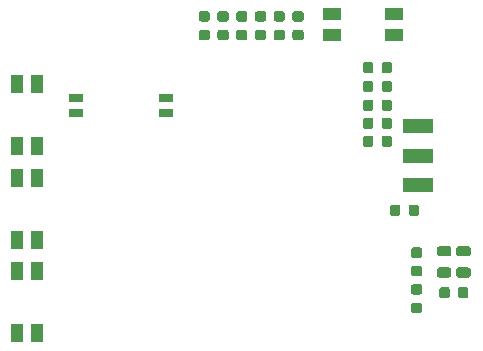
<source format=gbr>
G04 #@! TF.GenerationSoftware,KiCad,Pcbnew,(5.1.5)-2*
G04 #@! TF.CreationDate,2020-06-18T10:42:50+08:00*
G04 #@! TF.ProjectId,EVMeter_V2.0,45564d65-7465-4725-9f56-322e302e6b69,rev?*
G04 #@! TF.SameCoordinates,Original*
G04 #@! TF.FileFunction,Paste,Top*
G04 #@! TF.FilePolarity,Positive*
%FSLAX46Y46*%
G04 Gerber Fmt 4.6, Leading zero omitted, Abs format (unit mm)*
G04 Created by KiCad (PCBNEW (5.1.5)-2) date 2020-06-18 10:42:50*
%MOMM*%
%LPD*%
G04 APERTURE LIST*
%ADD10R,1.270000X0.760000*%
%ADD11C,0.100000*%
%ADD12R,2.500000X1.250000*%
%ADD13R,1.000000X1.550000*%
%ADD14R,1.550000X1.000000*%
G04 APERTURE END LIST*
D10*
X116014500Y-68199000D03*
X123634500Y-68199000D03*
X116014500Y-69469000D03*
X123634500Y-69469000D03*
D11*
G36*
X135088191Y-62454053D02*
G01*
X135109426Y-62457203D01*
X135130250Y-62462419D01*
X135150462Y-62469651D01*
X135169868Y-62478830D01*
X135188281Y-62489866D01*
X135205524Y-62502654D01*
X135221430Y-62517070D01*
X135235846Y-62532976D01*
X135248634Y-62550219D01*
X135259670Y-62568632D01*
X135268849Y-62588038D01*
X135276081Y-62608250D01*
X135281297Y-62629074D01*
X135284447Y-62650309D01*
X135285500Y-62671750D01*
X135285500Y-63109250D01*
X135284447Y-63130691D01*
X135281297Y-63151926D01*
X135276081Y-63172750D01*
X135268849Y-63192962D01*
X135259670Y-63212368D01*
X135248634Y-63230781D01*
X135235846Y-63248024D01*
X135221430Y-63263930D01*
X135205524Y-63278346D01*
X135188281Y-63291134D01*
X135169868Y-63302170D01*
X135150462Y-63311349D01*
X135130250Y-63318581D01*
X135109426Y-63323797D01*
X135088191Y-63326947D01*
X135066750Y-63328000D01*
X134554250Y-63328000D01*
X134532809Y-63326947D01*
X134511574Y-63323797D01*
X134490750Y-63318581D01*
X134470538Y-63311349D01*
X134451132Y-63302170D01*
X134432719Y-63291134D01*
X134415476Y-63278346D01*
X134399570Y-63263930D01*
X134385154Y-63248024D01*
X134372366Y-63230781D01*
X134361330Y-63212368D01*
X134352151Y-63192962D01*
X134344919Y-63172750D01*
X134339703Y-63151926D01*
X134336553Y-63130691D01*
X134335500Y-63109250D01*
X134335500Y-62671750D01*
X134336553Y-62650309D01*
X134339703Y-62629074D01*
X134344919Y-62608250D01*
X134352151Y-62588038D01*
X134361330Y-62568632D01*
X134372366Y-62550219D01*
X134385154Y-62532976D01*
X134399570Y-62517070D01*
X134415476Y-62502654D01*
X134432719Y-62489866D01*
X134451132Y-62478830D01*
X134470538Y-62469651D01*
X134490750Y-62462419D01*
X134511574Y-62457203D01*
X134532809Y-62454053D01*
X134554250Y-62453000D01*
X135066750Y-62453000D01*
X135088191Y-62454053D01*
G37*
G36*
X135088191Y-60879053D02*
G01*
X135109426Y-60882203D01*
X135130250Y-60887419D01*
X135150462Y-60894651D01*
X135169868Y-60903830D01*
X135188281Y-60914866D01*
X135205524Y-60927654D01*
X135221430Y-60942070D01*
X135235846Y-60957976D01*
X135248634Y-60975219D01*
X135259670Y-60993632D01*
X135268849Y-61013038D01*
X135276081Y-61033250D01*
X135281297Y-61054074D01*
X135284447Y-61075309D01*
X135285500Y-61096750D01*
X135285500Y-61534250D01*
X135284447Y-61555691D01*
X135281297Y-61576926D01*
X135276081Y-61597750D01*
X135268849Y-61617962D01*
X135259670Y-61637368D01*
X135248634Y-61655781D01*
X135235846Y-61673024D01*
X135221430Y-61688930D01*
X135205524Y-61703346D01*
X135188281Y-61716134D01*
X135169868Y-61727170D01*
X135150462Y-61736349D01*
X135130250Y-61743581D01*
X135109426Y-61748797D01*
X135088191Y-61751947D01*
X135066750Y-61753000D01*
X134554250Y-61753000D01*
X134532809Y-61751947D01*
X134511574Y-61748797D01*
X134490750Y-61743581D01*
X134470538Y-61736349D01*
X134451132Y-61727170D01*
X134432719Y-61716134D01*
X134415476Y-61703346D01*
X134399570Y-61688930D01*
X134385154Y-61673024D01*
X134372366Y-61655781D01*
X134361330Y-61637368D01*
X134352151Y-61617962D01*
X134344919Y-61597750D01*
X134339703Y-61576926D01*
X134336553Y-61555691D01*
X134335500Y-61534250D01*
X134335500Y-61096750D01*
X134336553Y-61075309D01*
X134339703Y-61054074D01*
X134344919Y-61033250D01*
X134352151Y-61013038D01*
X134361330Y-60993632D01*
X134372366Y-60975219D01*
X134385154Y-60957976D01*
X134399570Y-60942070D01*
X134415476Y-60927654D01*
X134432719Y-60914866D01*
X134451132Y-60903830D01*
X134470538Y-60894651D01*
X134490750Y-60887419D01*
X134511574Y-60882203D01*
X134532809Y-60879053D01*
X134554250Y-60878000D01*
X135066750Y-60878000D01*
X135088191Y-60879053D01*
G37*
G36*
X127150691Y-62454053D02*
G01*
X127171926Y-62457203D01*
X127192750Y-62462419D01*
X127212962Y-62469651D01*
X127232368Y-62478830D01*
X127250781Y-62489866D01*
X127268024Y-62502654D01*
X127283930Y-62517070D01*
X127298346Y-62532976D01*
X127311134Y-62550219D01*
X127322170Y-62568632D01*
X127331349Y-62588038D01*
X127338581Y-62608250D01*
X127343797Y-62629074D01*
X127346947Y-62650309D01*
X127348000Y-62671750D01*
X127348000Y-63109250D01*
X127346947Y-63130691D01*
X127343797Y-63151926D01*
X127338581Y-63172750D01*
X127331349Y-63192962D01*
X127322170Y-63212368D01*
X127311134Y-63230781D01*
X127298346Y-63248024D01*
X127283930Y-63263930D01*
X127268024Y-63278346D01*
X127250781Y-63291134D01*
X127232368Y-63302170D01*
X127212962Y-63311349D01*
X127192750Y-63318581D01*
X127171926Y-63323797D01*
X127150691Y-63326947D01*
X127129250Y-63328000D01*
X126616750Y-63328000D01*
X126595309Y-63326947D01*
X126574074Y-63323797D01*
X126553250Y-63318581D01*
X126533038Y-63311349D01*
X126513632Y-63302170D01*
X126495219Y-63291134D01*
X126477976Y-63278346D01*
X126462070Y-63263930D01*
X126447654Y-63248024D01*
X126434866Y-63230781D01*
X126423830Y-63212368D01*
X126414651Y-63192962D01*
X126407419Y-63172750D01*
X126402203Y-63151926D01*
X126399053Y-63130691D01*
X126398000Y-63109250D01*
X126398000Y-62671750D01*
X126399053Y-62650309D01*
X126402203Y-62629074D01*
X126407419Y-62608250D01*
X126414651Y-62588038D01*
X126423830Y-62568632D01*
X126434866Y-62550219D01*
X126447654Y-62532976D01*
X126462070Y-62517070D01*
X126477976Y-62502654D01*
X126495219Y-62489866D01*
X126513632Y-62478830D01*
X126533038Y-62469651D01*
X126553250Y-62462419D01*
X126574074Y-62457203D01*
X126595309Y-62454053D01*
X126616750Y-62453000D01*
X127129250Y-62453000D01*
X127150691Y-62454053D01*
G37*
G36*
X127150691Y-60879053D02*
G01*
X127171926Y-60882203D01*
X127192750Y-60887419D01*
X127212962Y-60894651D01*
X127232368Y-60903830D01*
X127250781Y-60914866D01*
X127268024Y-60927654D01*
X127283930Y-60942070D01*
X127298346Y-60957976D01*
X127311134Y-60975219D01*
X127322170Y-60993632D01*
X127331349Y-61013038D01*
X127338581Y-61033250D01*
X127343797Y-61054074D01*
X127346947Y-61075309D01*
X127348000Y-61096750D01*
X127348000Y-61534250D01*
X127346947Y-61555691D01*
X127343797Y-61576926D01*
X127338581Y-61597750D01*
X127331349Y-61617962D01*
X127322170Y-61637368D01*
X127311134Y-61655781D01*
X127298346Y-61673024D01*
X127283930Y-61688930D01*
X127268024Y-61703346D01*
X127250781Y-61716134D01*
X127232368Y-61727170D01*
X127212962Y-61736349D01*
X127192750Y-61743581D01*
X127171926Y-61748797D01*
X127150691Y-61751947D01*
X127129250Y-61753000D01*
X126616750Y-61753000D01*
X126595309Y-61751947D01*
X126574074Y-61748797D01*
X126553250Y-61743581D01*
X126533038Y-61736349D01*
X126513632Y-61727170D01*
X126495219Y-61716134D01*
X126477976Y-61703346D01*
X126462070Y-61688930D01*
X126447654Y-61673024D01*
X126434866Y-61655781D01*
X126423830Y-61637368D01*
X126414651Y-61617962D01*
X126407419Y-61597750D01*
X126402203Y-61576926D01*
X126399053Y-61555691D01*
X126398000Y-61534250D01*
X126398000Y-61096750D01*
X126399053Y-61075309D01*
X126402203Y-61054074D01*
X126407419Y-61033250D01*
X126414651Y-61013038D01*
X126423830Y-60993632D01*
X126434866Y-60975219D01*
X126447654Y-60957976D01*
X126462070Y-60942070D01*
X126477976Y-60927654D01*
X126495219Y-60914866D01*
X126513632Y-60903830D01*
X126533038Y-60894651D01*
X126553250Y-60887419D01*
X126574074Y-60882203D01*
X126595309Y-60879053D01*
X126616750Y-60878000D01*
X127129250Y-60878000D01*
X127150691Y-60879053D01*
G37*
G36*
X145121191Y-85568053D02*
G01*
X145142426Y-85571203D01*
X145163250Y-85576419D01*
X145183462Y-85583651D01*
X145202868Y-85592830D01*
X145221281Y-85603866D01*
X145238524Y-85616654D01*
X145254430Y-85631070D01*
X145268846Y-85646976D01*
X145281634Y-85664219D01*
X145292670Y-85682632D01*
X145301849Y-85702038D01*
X145309081Y-85722250D01*
X145314297Y-85743074D01*
X145317447Y-85764309D01*
X145318500Y-85785750D01*
X145318500Y-86223250D01*
X145317447Y-86244691D01*
X145314297Y-86265926D01*
X145309081Y-86286750D01*
X145301849Y-86306962D01*
X145292670Y-86326368D01*
X145281634Y-86344781D01*
X145268846Y-86362024D01*
X145254430Y-86377930D01*
X145238524Y-86392346D01*
X145221281Y-86405134D01*
X145202868Y-86416170D01*
X145183462Y-86425349D01*
X145163250Y-86432581D01*
X145142426Y-86437797D01*
X145121191Y-86440947D01*
X145099750Y-86442000D01*
X144587250Y-86442000D01*
X144565809Y-86440947D01*
X144544574Y-86437797D01*
X144523750Y-86432581D01*
X144503538Y-86425349D01*
X144484132Y-86416170D01*
X144465719Y-86405134D01*
X144448476Y-86392346D01*
X144432570Y-86377930D01*
X144418154Y-86362024D01*
X144405366Y-86344781D01*
X144394330Y-86326368D01*
X144385151Y-86306962D01*
X144377919Y-86286750D01*
X144372703Y-86265926D01*
X144369553Y-86244691D01*
X144368500Y-86223250D01*
X144368500Y-85785750D01*
X144369553Y-85764309D01*
X144372703Y-85743074D01*
X144377919Y-85722250D01*
X144385151Y-85702038D01*
X144394330Y-85682632D01*
X144405366Y-85664219D01*
X144418154Y-85646976D01*
X144432570Y-85631070D01*
X144448476Y-85616654D01*
X144465719Y-85603866D01*
X144484132Y-85592830D01*
X144503538Y-85583651D01*
X144523750Y-85576419D01*
X144544574Y-85571203D01*
X144565809Y-85568053D01*
X144587250Y-85567000D01*
X145099750Y-85567000D01*
X145121191Y-85568053D01*
G37*
G36*
X145121191Y-83993053D02*
G01*
X145142426Y-83996203D01*
X145163250Y-84001419D01*
X145183462Y-84008651D01*
X145202868Y-84017830D01*
X145221281Y-84028866D01*
X145238524Y-84041654D01*
X145254430Y-84056070D01*
X145268846Y-84071976D01*
X145281634Y-84089219D01*
X145292670Y-84107632D01*
X145301849Y-84127038D01*
X145309081Y-84147250D01*
X145314297Y-84168074D01*
X145317447Y-84189309D01*
X145318500Y-84210750D01*
X145318500Y-84648250D01*
X145317447Y-84669691D01*
X145314297Y-84690926D01*
X145309081Y-84711750D01*
X145301849Y-84731962D01*
X145292670Y-84751368D01*
X145281634Y-84769781D01*
X145268846Y-84787024D01*
X145254430Y-84802930D01*
X145238524Y-84817346D01*
X145221281Y-84830134D01*
X145202868Y-84841170D01*
X145183462Y-84850349D01*
X145163250Y-84857581D01*
X145142426Y-84862797D01*
X145121191Y-84865947D01*
X145099750Y-84867000D01*
X144587250Y-84867000D01*
X144565809Y-84865947D01*
X144544574Y-84862797D01*
X144523750Y-84857581D01*
X144503538Y-84850349D01*
X144484132Y-84841170D01*
X144465719Y-84830134D01*
X144448476Y-84817346D01*
X144432570Y-84802930D01*
X144418154Y-84787024D01*
X144405366Y-84769781D01*
X144394330Y-84751368D01*
X144385151Y-84731962D01*
X144377919Y-84711750D01*
X144372703Y-84690926D01*
X144369553Y-84669691D01*
X144368500Y-84648250D01*
X144368500Y-84210750D01*
X144369553Y-84189309D01*
X144372703Y-84168074D01*
X144377919Y-84147250D01*
X144385151Y-84127038D01*
X144394330Y-84107632D01*
X144405366Y-84089219D01*
X144418154Y-84071976D01*
X144432570Y-84056070D01*
X144448476Y-84041654D01*
X144465719Y-84028866D01*
X144484132Y-84017830D01*
X144503538Y-84008651D01*
X144523750Y-84001419D01*
X144544574Y-83996203D01*
X144565809Y-83993053D01*
X144587250Y-83992000D01*
X145099750Y-83992000D01*
X145121191Y-83993053D01*
G37*
G36*
X142569191Y-68360053D02*
G01*
X142590426Y-68363203D01*
X142611250Y-68368419D01*
X142631462Y-68375651D01*
X142650868Y-68384830D01*
X142669281Y-68395866D01*
X142686524Y-68408654D01*
X142702430Y-68423070D01*
X142716846Y-68438976D01*
X142729634Y-68456219D01*
X142740670Y-68474632D01*
X142749849Y-68494038D01*
X142757081Y-68514250D01*
X142762297Y-68535074D01*
X142765447Y-68556309D01*
X142766500Y-68577750D01*
X142766500Y-69090250D01*
X142765447Y-69111691D01*
X142762297Y-69132926D01*
X142757081Y-69153750D01*
X142749849Y-69173962D01*
X142740670Y-69193368D01*
X142729634Y-69211781D01*
X142716846Y-69229024D01*
X142702430Y-69244930D01*
X142686524Y-69259346D01*
X142669281Y-69272134D01*
X142650868Y-69283170D01*
X142631462Y-69292349D01*
X142611250Y-69299581D01*
X142590426Y-69304797D01*
X142569191Y-69307947D01*
X142547750Y-69309000D01*
X142110250Y-69309000D01*
X142088809Y-69307947D01*
X142067574Y-69304797D01*
X142046750Y-69299581D01*
X142026538Y-69292349D01*
X142007132Y-69283170D01*
X141988719Y-69272134D01*
X141971476Y-69259346D01*
X141955570Y-69244930D01*
X141941154Y-69229024D01*
X141928366Y-69211781D01*
X141917330Y-69193368D01*
X141908151Y-69173962D01*
X141900919Y-69153750D01*
X141895703Y-69132926D01*
X141892553Y-69111691D01*
X141891500Y-69090250D01*
X141891500Y-68577750D01*
X141892553Y-68556309D01*
X141895703Y-68535074D01*
X141900919Y-68514250D01*
X141908151Y-68494038D01*
X141917330Y-68474632D01*
X141928366Y-68456219D01*
X141941154Y-68438976D01*
X141955570Y-68423070D01*
X141971476Y-68408654D01*
X141988719Y-68395866D01*
X142007132Y-68384830D01*
X142026538Y-68375651D01*
X142046750Y-68368419D01*
X142067574Y-68363203D01*
X142088809Y-68360053D01*
X142110250Y-68359000D01*
X142547750Y-68359000D01*
X142569191Y-68360053D01*
G37*
G36*
X140994191Y-68360053D02*
G01*
X141015426Y-68363203D01*
X141036250Y-68368419D01*
X141056462Y-68375651D01*
X141075868Y-68384830D01*
X141094281Y-68395866D01*
X141111524Y-68408654D01*
X141127430Y-68423070D01*
X141141846Y-68438976D01*
X141154634Y-68456219D01*
X141165670Y-68474632D01*
X141174849Y-68494038D01*
X141182081Y-68514250D01*
X141187297Y-68535074D01*
X141190447Y-68556309D01*
X141191500Y-68577750D01*
X141191500Y-69090250D01*
X141190447Y-69111691D01*
X141187297Y-69132926D01*
X141182081Y-69153750D01*
X141174849Y-69173962D01*
X141165670Y-69193368D01*
X141154634Y-69211781D01*
X141141846Y-69229024D01*
X141127430Y-69244930D01*
X141111524Y-69259346D01*
X141094281Y-69272134D01*
X141075868Y-69283170D01*
X141056462Y-69292349D01*
X141036250Y-69299581D01*
X141015426Y-69304797D01*
X140994191Y-69307947D01*
X140972750Y-69309000D01*
X140535250Y-69309000D01*
X140513809Y-69307947D01*
X140492574Y-69304797D01*
X140471750Y-69299581D01*
X140451538Y-69292349D01*
X140432132Y-69283170D01*
X140413719Y-69272134D01*
X140396476Y-69259346D01*
X140380570Y-69244930D01*
X140366154Y-69229024D01*
X140353366Y-69211781D01*
X140342330Y-69193368D01*
X140333151Y-69173962D01*
X140325919Y-69153750D01*
X140320703Y-69132926D01*
X140317553Y-69111691D01*
X140316500Y-69090250D01*
X140316500Y-68577750D01*
X140317553Y-68556309D01*
X140320703Y-68535074D01*
X140325919Y-68514250D01*
X140333151Y-68494038D01*
X140342330Y-68474632D01*
X140353366Y-68456219D01*
X140366154Y-68438976D01*
X140380570Y-68423070D01*
X140396476Y-68408654D01*
X140413719Y-68395866D01*
X140432132Y-68384830D01*
X140451538Y-68375651D01*
X140471750Y-68368419D01*
X140492574Y-68363203D01*
X140513809Y-68360053D01*
X140535250Y-68359000D01*
X140972750Y-68359000D01*
X140994191Y-68360053D01*
G37*
G36*
X140994191Y-65185053D02*
G01*
X141015426Y-65188203D01*
X141036250Y-65193419D01*
X141056462Y-65200651D01*
X141075868Y-65209830D01*
X141094281Y-65220866D01*
X141111524Y-65233654D01*
X141127430Y-65248070D01*
X141141846Y-65263976D01*
X141154634Y-65281219D01*
X141165670Y-65299632D01*
X141174849Y-65319038D01*
X141182081Y-65339250D01*
X141187297Y-65360074D01*
X141190447Y-65381309D01*
X141191500Y-65402750D01*
X141191500Y-65915250D01*
X141190447Y-65936691D01*
X141187297Y-65957926D01*
X141182081Y-65978750D01*
X141174849Y-65998962D01*
X141165670Y-66018368D01*
X141154634Y-66036781D01*
X141141846Y-66054024D01*
X141127430Y-66069930D01*
X141111524Y-66084346D01*
X141094281Y-66097134D01*
X141075868Y-66108170D01*
X141056462Y-66117349D01*
X141036250Y-66124581D01*
X141015426Y-66129797D01*
X140994191Y-66132947D01*
X140972750Y-66134000D01*
X140535250Y-66134000D01*
X140513809Y-66132947D01*
X140492574Y-66129797D01*
X140471750Y-66124581D01*
X140451538Y-66117349D01*
X140432132Y-66108170D01*
X140413719Y-66097134D01*
X140396476Y-66084346D01*
X140380570Y-66069930D01*
X140366154Y-66054024D01*
X140353366Y-66036781D01*
X140342330Y-66018368D01*
X140333151Y-65998962D01*
X140325919Y-65978750D01*
X140320703Y-65957926D01*
X140317553Y-65936691D01*
X140316500Y-65915250D01*
X140316500Y-65402750D01*
X140317553Y-65381309D01*
X140320703Y-65360074D01*
X140325919Y-65339250D01*
X140333151Y-65319038D01*
X140342330Y-65299632D01*
X140353366Y-65281219D01*
X140366154Y-65263976D01*
X140380570Y-65248070D01*
X140396476Y-65233654D01*
X140413719Y-65220866D01*
X140432132Y-65209830D01*
X140451538Y-65200651D01*
X140471750Y-65193419D01*
X140492574Y-65188203D01*
X140513809Y-65185053D01*
X140535250Y-65184000D01*
X140972750Y-65184000D01*
X140994191Y-65185053D01*
G37*
G36*
X142569191Y-65185053D02*
G01*
X142590426Y-65188203D01*
X142611250Y-65193419D01*
X142631462Y-65200651D01*
X142650868Y-65209830D01*
X142669281Y-65220866D01*
X142686524Y-65233654D01*
X142702430Y-65248070D01*
X142716846Y-65263976D01*
X142729634Y-65281219D01*
X142740670Y-65299632D01*
X142749849Y-65319038D01*
X142757081Y-65339250D01*
X142762297Y-65360074D01*
X142765447Y-65381309D01*
X142766500Y-65402750D01*
X142766500Y-65915250D01*
X142765447Y-65936691D01*
X142762297Y-65957926D01*
X142757081Y-65978750D01*
X142749849Y-65998962D01*
X142740670Y-66018368D01*
X142729634Y-66036781D01*
X142716846Y-66054024D01*
X142702430Y-66069930D01*
X142686524Y-66084346D01*
X142669281Y-66097134D01*
X142650868Y-66108170D01*
X142631462Y-66117349D01*
X142611250Y-66124581D01*
X142590426Y-66129797D01*
X142569191Y-66132947D01*
X142547750Y-66134000D01*
X142110250Y-66134000D01*
X142088809Y-66132947D01*
X142067574Y-66129797D01*
X142046750Y-66124581D01*
X142026538Y-66117349D01*
X142007132Y-66108170D01*
X141988719Y-66097134D01*
X141971476Y-66084346D01*
X141955570Y-66069930D01*
X141941154Y-66054024D01*
X141928366Y-66036781D01*
X141917330Y-66018368D01*
X141908151Y-65998962D01*
X141900919Y-65978750D01*
X141895703Y-65957926D01*
X141892553Y-65936691D01*
X141891500Y-65915250D01*
X141891500Y-65402750D01*
X141892553Y-65381309D01*
X141895703Y-65360074D01*
X141900919Y-65339250D01*
X141908151Y-65319038D01*
X141917330Y-65299632D01*
X141928366Y-65281219D01*
X141941154Y-65263976D01*
X141955570Y-65248070D01*
X141971476Y-65233654D01*
X141988719Y-65220866D01*
X142007132Y-65209830D01*
X142026538Y-65200651D01*
X142046750Y-65193419D01*
X142067574Y-65188203D01*
X142088809Y-65185053D01*
X142110250Y-65184000D01*
X142547750Y-65184000D01*
X142569191Y-65185053D01*
G37*
G36*
X149233329Y-80776023D02*
G01*
X149253957Y-80779083D01*
X149274185Y-80784150D01*
X149293820Y-80791176D01*
X149312672Y-80800092D01*
X149330559Y-80810813D01*
X149347309Y-80823235D01*
X149362760Y-80837240D01*
X149376765Y-80852691D01*
X149389187Y-80869441D01*
X149399908Y-80887328D01*
X149408824Y-80906180D01*
X149415850Y-80925815D01*
X149420917Y-80946043D01*
X149423977Y-80966671D01*
X149425000Y-80987500D01*
X149425000Y-81412500D01*
X149423977Y-81433329D01*
X149420917Y-81453957D01*
X149415850Y-81474185D01*
X149408824Y-81493820D01*
X149399908Y-81512672D01*
X149389187Y-81530559D01*
X149376765Y-81547309D01*
X149362760Y-81562760D01*
X149347309Y-81576765D01*
X149330559Y-81589187D01*
X149312672Y-81599908D01*
X149293820Y-81608824D01*
X149274185Y-81615850D01*
X149253957Y-81620917D01*
X149233329Y-81623977D01*
X149212500Y-81625000D01*
X148412500Y-81625000D01*
X148391671Y-81623977D01*
X148371043Y-81620917D01*
X148350815Y-81615850D01*
X148331180Y-81608824D01*
X148312328Y-81599908D01*
X148294441Y-81589187D01*
X148277691Y-81576765D01*
X148262240Y-81562760D01*
X148248235Y-81547309D01*
X148235813Y-81530559D01*
X148225092Y-81512672D01*
X148216176Y-81493820D01*
X148209150Y-81474185D01*
X148204083Y-81453957D01*
X148201023Y-81433329D01*
X148200000Y-81412500D01*
X148200000Y-80987500D01*
X148201023Y-80966671D01*
X148204083Y-80946043D01*
X148209150Y-80925815D01*
X148216176Y-80906180D01*
X148225092Y-80887328D01*
X148235813Y-80869441D01*
X148248235Y-80852691D01*
X148262240Y-80837240D01*
X148277691Y-80823235D01*
X148294441Y-80810813D01*
X148312328Y-80800092D01*
X148331180Y-80791176D01*
X148350815Y-80784150D01*
X148371043Y-80779083D01*
X148391671Y-80776023D01*
X148412500Y-80775000D01*
X149212500Y-80775000D01*
X149233329Y-80776023D01*
G37*
G36*
X147608329Y-80776023D02*
G01*
X147628957Y-80779083D01*
X147649185Y-80784150D01*
X147668820Y-80791176D01*
X147687672Y-80800092D01*
X147705559Y-80810813D01*
X147722309Y-80823235D01*
X147737760Y-80837240D01*
X147751765Y-80852691D01*
X147764187Y-80869441D01*
X147774908Y-80887328D01*
X147783824Y-80906180D01*
X147790850Y-80925815D01*
X147795917Y-80946043D01*
X147798977Y-80966671D01*
X147800000Y-80987500D01*
X147800000Y-81412500D01*
X147798977Y-81433329D01*
X147795917Y-81453957D01*
X147790850Y-81474185D01*
X147783824Y-81493820D01*
X147774908Y-81512672D01*
X147764187Y-81530559D01*
X147751765Y-81547309D01*
X147737760Y-81562760D01*
X147722309Y-81576765D01*
X147705559Y-81589187D01*
X147687672Y-81599908D01*
X147668820Y-81608824D01*
X147649185Y-81615850D01*
X147628957Y-81620917D01*
X147608329Y-81623977D01*
X147587500Y-81625000D01*
X146787500Y-81625000D01*
X146766671Y-81623977D01*
X146746043Y-81620917D01*
X146725815Y-81615850D01*
X146706180Y-81608824D01*
X146687328Y-81599908D01*
X146669441Y-81589187D01*
X146652691Y-81576765D01*
X146637240Y-81562760D01*
X146623235Y-81547309D01*
X146610813Y-81530559D01*
X146600092Y-81512672D01*
X146591176Y-81493820D01*
X146584150Y-81474185D01*
X146579083Y-81453957D01*
X146576023Y-81433329D01*
X146575000Y-81412500D01*
X146575000Y-80987500D01*
X146576023Y-80966671D01*
X146579083Y-80946043D01*
X146584150Y-80925815D01*
X146591176Y-80906180D01*
X146600092Y-80887328D01*
X146610813Y-80869441D01*
X146623235Y-80852691D01*
X146637240Y-80837240D01*
X146652691Y-80823235D01*
X146669441Y-80810813D01*
X146687328Y-80800092D01*
X146706180Y-80791176D01*
X146725815Y-80784150D01*
X146746043Y-80779083D01*
X146766671Y-80776023D01*
X146787500Y-80775000D01*
X147587500Y-80775000D01*
X147608329Y-80776023D01*
G37*
G36*
X149233329Y-82576023D02*
G01*
X149253957Y-82579083D01*
X149274185Y-82584150D01*
X149293820Y-82591176D01*
X149312672Y-82600092D01*
X149330559Y-82610813D01*
X149347309Y-82623235D01*
X149362760Y-82637240D01*
X149376765Y-82652691D01*
X149389187Y-82669441D01*
X149399908Y-82687328D01*
X149408824Y-82706180D01*
X149415850Y-82725815D01*
X149420917Y-82746043D01*
X149423977Y-82766671D01*
X149425000Y-82787500D01*
X149425000Y-83212500D01*
X149423977Y-83233329D01*
X149420917Y-83253957D01*
X149415850Y-83274185D01*
X149408824Y-83293820D01*
X149399908Y-83312672D01*
X149389187Y-83330559D01*
X149376765Y-83347309D01*
X149362760Y-83362760D01*
X149347309Y-83376765D01*
X149330559Y-83389187D01*
X149312672Y-83399908D01*
X149293820Y-83408824D01*
X149274185Y-83415850D01*
X149253957Y-83420917D01*
X149233329Y-83423977D01*
X149212500Y-83425000D01*
X148412500Y-83425000D01*
X148391671Y-83423977D01*
X148371043Y-83420917D01*
X148350815Y-83415850D01*
X148331180Y-83408824D01*
X148312328Y-83399908D01*
X148294441Y-83389187D01*
X148277691Y-83376765D01*
X148262240Y-83362760D01*
X148248235Y-83347309D01*
X148235813Y-83330559D01*
X148225092Y-83312672D01*
X148216176Y-83293820D01*
X148209150Y-83274185D01*
X148204083Y-83253957D01*
X148201023Y-83233329D01*
X148200000Y-83212500D01*
X148200000Y-82787500D01*
X148201023Y-82766671D01*
X148204083Y-82746043D01*
X148209150Y-82725815D01*
X148216176Y-82706180D01*
X148225092Y-82687328D01*
X148235813Y-82669441D01*
X148248235Y-82652691D01*
X148262240Y-82637240D01*
X148277691Y-82623235D01*
X148294441Y-82610813D01*
X148312328Y-82600092D01*
X148331180Y-82591176D01*
X148350815Y-82584150D01*
X148371043Y-82579083D01*
X148391671Y-82576023D01*
X148412500Y-82575000D01*
X149212500Y-82575000D01*
X149233329Y-82576023D01*
G37*
G36*
X147608329Y-82576023D02*
G01*
X147628957Y-82579083D01*
X147649185Y-82584150D01*
X147668820Y-82591176D01*
X147687672Y-82600092D01*
X147705559Y-82610813D01*
X147722309Y-82623235D01*
X147737760Y-82637240D01*
X147751765Y-82652691D01*
X147764187Y-82669441D01*
X147774908Y-82687328D01*
X147783824Y-82706180D01*
X147790850Y-82725815D01*
X147795917Y-82746043D01*
X147798977Y-82766671D01*
X147800000Y-82787500D01*
X147800000Y-83212500D01*
X147798977Y-83233329D01*
X147795917Y-83253957D01*
X147790850Y-83274185D01*
X147783824Y-83293820D01*
X147774908Y-83312672D01*
X147764187Y-83330559D01*
X147751765Y-83347309D01*
X147737760Y-83362760D01*
X147722309Y-83376765D01*
X147705559Y-83389187D01*
X147687672Y-83399908D01*
X147668820Y-83408824D01*
X147649185Y-83415850D01*
X147628957Y-83420917D01*
X147608329Y-83423977D01*
X147587500Y-83425000D01*
X146787500Y-83425000D01*
X146766671Y-83423977D01*
X146746043Y-83420917D01*
X146725815Y-83415850D01*
X146706180Y-83408824D01*
X146687328Y-83399908D01*
X146669441Y-83389187D01*
X146652691Y-83376765D01*
X146637240Y-83362760D01*
X146623235Y-83347309D01*
X146610813Y-83330559D01*
X146600092Y-83312672D01*
X146591176Y-83293820D01*
X146584150Y-83274185D01*
X146579083Y-83253957D01*
X146576023Y-83233329D01*
X146575000Y-83212500D01*
X146575000Y-82787500D01*
X146576023Y-82766671D01*
X146579083Y-82746043D01*
X146584150Y-82725815D01*
X146591176Y-82706180D01*
X146600092Y-82687328D01*
X146610813Y-82669441D01*
X146623235Y-82652691D01*
X146637240Y-82637240D01*
X146652691Y-82623235D01*
X146669441Y-82610813D01*
X146687328Y-82600092D01*
X146706180Y-82591176D01*
X146725815Y-82584150D01*
X146746043Y-82579083D01*
X146766671Y-82576023D01*
X146787500Y-82575000D01*
X147587500Y-82575000D01*
X147608329Y-82576023D01*
G37*
G36*
X147452691Y-84226053D02*
G01*
X147473926Y-84229203D01*
X147494750Y-84234419D01*
X147514962Y-84241651D01*
X147534368Y-84250830D01*
X147552781Y-84261866D01*
X147570024Y-84274654D01*
X147585930Y-84289070D01*
X147600346Y-84304976D01*
X147613134Y-84322219D01*
X147624170Y-84340632D01*
X147633349Y-84360038D01*
X147640581Y-84380250D01*
X147645797Y-84401074D01*
X147648947Y-84422309D01*
X147650000Y-84443750D01*
X147650000Y-84956250D01*
X147648947Y-84977691D01*
X147645797Y-84998926D01*
X147640581Y-85019750D01*
X147633349Y-85039962D01*
X147624170Y-85059368D01*
X147613134Y-85077781D01*
X147600346Y-85095024D01*
X147585930Y-85110930D01*
X147570024Y-85125346D01*
X147552781Y-85138134D01*
X147534368Y-85149170D01*
X147514962Y-85158349D01*
X147494750Y-85165581D01*
X147473926Y-85170797D01*
X147452691Y-85173947D01*
X147431250Y-85175000D01*
X146993750Y-85175000D01*
X146972309Y-85173947D01*
X146951074Y-85170797D01*
X146930250Y-85165581D01*
X146910038Y-85158349D01*
X146890632Y-85149170D01*
X146872219Y-85138134D01*
X146854976Y-85125346D01*
X146839070Y-85110930D01*
X146824654Y-85095024D01*
X146811866Y-85077781D01*
X146800830Y-85059368D01*
X146791651Y-85039962D01*
X146784419Y-85019750D01*
X146779203Y-84998926D01*
X146776053Y-84977691D01*
X146775000Y-84956250D01*
X146775000Y-84443750D01*
X146776053Y-84422309D01*
X146779203Y-84401074D01*
X146784419Y-84380250D01*
X146791651Y-84360038D01*
X146800830Y-84340632D01*
X146811866Y-84322219D01*
X146824654Y-84304976D01*
X146839070Y-84289070D01*
X146854976Y-84274654D01*
X146872219Y-84261866D01*
X146890632Y-84250830D01*
X146910038Y-84241651D01*
X146930250Y-84234419D01*
X146951074Y-84229203D01*
X146972309Y-84226053D01*
X146993750Y-84225000D01*
X147431250Y-84225000D01*
X147452691Y-84226053D01*
G37*
G36*
X149027691Y-84226053D02*
G01*
X149048926Y-84229203D01*
X149069750Y-84234419D01*
X149089962Y-84241651D01*
X149109368Y-84250830D01*
X149127781Y-84261866D01*
X149145024Y-84274654D01*
X149160930Y-84289070D01*
X149175346Y-84304976D01*
X149188134Y-84322219D01*
X149199170Y-84340632D01*
X149208349Y-84360038D01*
X149215581Y-84380250D01*
X149220797Y-84401074D01*
X149223947Y-84422309D01*
X149225000Y-84443750D01*
X149225000Y-84956250D01*
X149223947Y-84977691D01*
X149220797Y-84998926D01*
X149215581Y-85019750D01*
X149208349Y-85039962D01*
X149199170Y-85059368D01*
X149188134Y-85077781D01*
X149175346Y-85095024D01*
X149160930Y-85110930D01*
X149145024Y-85125346D01*
X149127781Y-85138134D01*
X149109368Y-85149170D01*
X149089962Y-85158349D01*
X149069750Y-85165581D01*
X149048926Y-85170797D01*
X149027691Y-85173947D01*
X149006250Y-85175000D01*
X148568750Y-85175000D01*
X148547309Y-85173947D01*
X148526074Y-85170797D01*
X148505250Y-85165581D01*
X148485038Y-85158349D01*
X148465632Y-85149170D01*
X148447219Y-85138134D01*
X148429976Y-85125346D01*
X148414070Y-85110930D01*
X148399654Y-85095024D01*
X148386866Y-85077781D01*
X148375830Y-85059368D01*
X148366651Y-85039962D01*
X148359419Y-85019750D01*
X148354203Y-84998926D01*
X148351053Y-84977691D01*
X148350000Y-84956250D01*
X148350000Y-84443750D01*
X148351053Y-84422309D01*
X148354203Y-84401074D01*
X148359419Y-84380250D01*
X148366651Y-84360038D01*
X148375830Y-84340632D01*
X148386866Y-84322219D01*
X148399654Y-84304976D01*
X148414070Y-84289070D01*
X148429976Y-84274654D01*
X148447219Y-84261866D01*
X148465632Y-84250830D01*
X148485038Y-84241651D01*
X148505250Y-84234419D01*
X148526074Y-84229203D01*
X148547309Y-84226053D01*
X148568750Y-84225000D01*
X149006250Y-84225000D01*
X149027691Y-84226053D01*
G37*
G36*
X143278191Y-77262553D02*
G01*
X143299426Y-77265703D01*
X143320250Y-77270919D01*
X143340462Y-77278151D01*
X143359868Y-77287330D01*
X143378281Y-77298366D01*
X143395524Y-77311154D01*
X143411430Y-77325570D01*
X143425846Y-77341476D01*
X143438634Y-77358719D01*
X143449670Y-77377132D01*
X143458849Y-77396538D01*
X143466081Y-77416750D01*
X143471297Y-77437574D01*
X143474447Y-77458809D01*
X143475500Y-77480250D01*
X143475500Y-77992750D01*
X143474447Y-78014191D01*
X143471297Y-78035426D01*
X143466081Y-78056250D01*
X143458849Y-78076462D01*
X143449670Y-78095868D01*
X143438634Y-78114281D01*
X143425846Y-78131524D01*
X143411430Y-78147430D01*
X143395524Y-78161846D01*
X143378281Y-78174634D01*
X143359868Y-78185670D01*
X143340462Y-78194849D01*
X143320250Y-78202081D01*
X143299426Y-78207297D01*
X143278191Y-78210447D01*
X143256750Y-78211500D01*
X142819250Y-78211500D01*
X142797809Y-78210447D01*
X142776574Y-78207297D01*
X142755750Y-78202081D01*
X142735538Y-78194849D01*
X142716132Y-78185670D01*
X142697719Y-78174634D01*
X142680476Y-78161846D01*
X142664570Y-78147430D01*
X142650154Y-78131524D01*
X142637366Y-78114281D01*
X142626330Y-78095868D01*
X142617151Y-78076462D01*
X142609919Y-78056250D01*
X142604703Y-78035426D01*
X142601553Y-78014191D01*
X142600500Y-77992750D01*
X142600500Y-77480250D01*
X142601553Y-77458809D01*
X142604703Y-77437574D01*
X142609919Y-77416750D01*
X142617151Y-77396538D01*
X142626330Y-77377132D01*
X142637366Y-77358719D01*
X142650154Y-77341476D01*
X142664570Y-77325570D01*
X142680476Y-77311154D01*
X142697719Y-77298366D01*
X142716132Y-77287330D01*
X142735538Y-77278151D01*
X142755750Y-77270919D01*
X142776574Y-77265703D01*
X142797809Y-77262553D01*
X142819250Y-77261500D01*
X143256750Y-77261500D01*
X143278191Y-77262553D01*
G37*
G36*
X144853191Y-77262553D02*
G01*
X144874426Y-77265703D01*
X144895250Y-77270919D01*
X144915462Y-77278151D01*
X144934868Y-77287330D01*
X144953281Y-77298366D01*
X144970524Y-77311154D01*
X144986430Y-77325570D01*
X145000846Y-77341476D01*
X145013634Y-77358719D01*
X145024670Y-77377132D01*
X145033849Y-77396538D01*
X145041081Y-77416750D01*
X145046297Y-77437574D01*
X145049447Y-77458809D01*
X145050500Y-77480250D01*
X145050500Y-77992750D01*
X145049447Y-78014191D01*
X145046297Y-78035426D01*
X145041081Y-78056250D01*
X145033849Y-78076462D01*
X145024670Y-78095868D01*
X145013634Y-78114281D01*
X145000846Y-78131524D01*
X144986430Y-78147430D01*
X144970524Y-78161846D01*
X144953281Y-78174634D01*
X144934868Y-78185670D01*
X144915462Y-78194849D01*
X144895250Y-78202081D01*
X144874426Y-78207297D01*
X144853191Y-78210447D01*
X144831750Y-78211500D01*
X144394250Y-78211500D01*
X144372809Y-78210447D01*
X144351574Y-78207297D01*
X144330750Y-78202081D01*
X144310538Y-78194849D01*
X144291132Y-78185670D01*
X144272719Y-78174634D01*
X144255476Y-78161846D01*
X144239570Y-78147430D01*
X144225154Y-78131524D01*
X144212366Y-78114281D01*
X144201330Y-78095868D01*
X144192151Y-78076462D01*
X144184919Y-78056250D01*
X144179703Y-78035426D01*
X144176553Y-78014191D01*
X144175500Y-77992750D01*
X144175500Y-77480250D01*
X144176553Y-77458809D01*
X144179703Y-77437574D01*
X144184919Y-77416750D01*
X144192151Y-77396538D01*
X144201330Y-77377132D01*
X144212366Y-77358719D01*
X144225154Y-77341476D01*
X144239570Y-77325570D01*
X144255476Y-77311154D01*
X144272719Y-77298366D01*
X144291132Y-77287330D01*
X144310538Y-77278151D01*
X144330750Y-77270919D01*
X144351574Y-77265703D01*
X144372809Y-77262553D01*
X144394250Y-77261500D01*
X144831750Y-77261500D01*
X144853191Y-77262553D01*
G37*
G36*
X131913191Y-62454053D02*
G01*
X131934426Y-62457203D01*
X131955250Y-62462419D01*
X131975462Y-62469651D01*
X131994868Y-62478830D01*
X132013281Y-62489866D01*
X132030524Y-62502654D01*
X132046430Y-62517070D01*
X132060846Y-62532976D01*
X132073634Y-62550219D01*
X132084670Y-62568632D01*
X132093849Y-62588038D01*
X132101081Y-62608250D01*
X132106297Y-62629074D01*
X132109447Y-62650309D01*
X132110500Y-62671750D01*
X132110500Y-63109250D01*
X132109447Y-63130691D01*
X132106297Y-63151926D01*
X132101081Y-63172750D01*
X132093849Y-63192962D01*
X132084670Y-63212368D01*
X132073634Y-63230781D01*
X132060846Y-63248024D01*
X132046430Y-63263930D01*
X132030524Y-63278346D01*
X132013281Y-63291134D01*
X131994868Y-63302170D01*
X131975462Y-63311349D01*
X131955250Y-63318581D01*
X131934426Y-63323797D01*
X131913191Y-63326947D01*
X131891750Y-63328000D01*
X131379250Y-63328000D01*
X131357809Y-63326947D01*
X131336574Y-63323797D01*
X131315750Y-63318581D01*
X131295538Y-63311349D01*
X131276132Y-63302170D01*
X131257719Y-63291134D01*
X131240476Y-63278346D01*
X131224570Y-63263930D01*
X131210154Y-63248024D01*
X131197366Y-63230781D01*
X131186330Y-63212368D01*
X131177151Y-63192962D01*
X131169919Y-63172750D01*
X131164703Y-63151926D01*
X131161553Y-63130691D01*
X131160500Y-63109250D01*
X131160500Y-62671750D01*
X131161553Y-62650309D01*
X131164703Y-62629074D01*
X131169919Y-62608250D01*
X131177151Y-62588038D01*
X131186330Y-62568632D01*
X131197366Y-62550219D01*
X131210154Y-62532976D01*
X131224570Y-62517070D01*
X131240476Y-62502654D01*
X131257719Y-62489866D01*
X131276132Y-62478830D01*
X131295538Y-62469651D01*
X131315750Y-62462419D01*
X131336574Y-62457203D01*
X131357809Y-62454053D01*
X131379250Y-62453000D01*
X131891750Y-62453000D01*
X131913191Y-62454053D01*
G37*
G36*
X131913191Y-60879053D02*
G01*
X131934426Y-60882203D01*
X131955250Y-60887419D01*
X131975462Y-60894651D01*
X131994868Y-60903830D01*
X132013281Y-60914866D01*
X132030524Y-60927654D01*
X132046430Y-60942070D01*
X132060846Y-60957976D01*
X132073634Y-60975219D01*
X132084670Y-60993632D01*
X132093849Y-61013038D01*
X132101081Y-61033250D01*
X132106297Y-61054074D01*
X132109447Y-61075309D01*
X132110500Y-61096750D01*
X132110500Y-61534250D01*
X132109447Y-61555691D01*
X132106297Y-61576926D01*
X132101081Y-61597750D01*
X132093849Y-61617962D01*
X132084670Y-61637368D01*
X132073634Y-61655781D01*
X132060846Y-61673024D01*
X132046430Y-61688930D01*
X132030524Y-61703346D01*
X132013281Y-61716134D01*
X131994868Y-61727170D01*
X131975462Y-61736349D01*
X131955250Y-61743581D01*
X131934426Y-61748797D01*
X131913191Y-61751947D01*
X131891750Y-61753000D01*
X131379250Y-61753000D01*
X131357809Y-61751947D01*
X131336574Y-61748797D01*
X131315750Y-61743581D01*
X131295538Y-61736349D01*
X131276132Y-61727170D01*
X131257719Y-61716134D01*
X131240476Y-61703346D01*
X131224570Y-61688930D01*
X131210154Y-61673024D01*
X131197366Y-61655781D01*
X131186330Y-61637368D01*
X131177151Y-61617962D01*
X131169919Y-61597750D01*
X131164703Y-61576926D01*
X131161553Y-61555691D01*
X131160500Y-61534250D01*
X131160500Y-61096750D01*
X131161553Y-61075309D01*
X131164703Y-61054074D01*
X131169919Y-61033250D01*
X131177151Y-61013038D01*
X131186330Y-60993632D01*
X131197366Y-60975219D01*
X131210154Y-60957976D01*
X131224570Y-60942070D01*
X131240476Y-60927654D01*
X131257719Y-60914866D01*
X131276132Y-60903830D01*
X131295538Y-60894651D01*
X131315750Y-60887419D01*
X131336574Y-60882203D01*
X131357809Y-60879053D01*
X131379250Y-60878000D01*
X131891750Y-60878000D01*
X131913191Y-60879053D01*
G37*
G36*
X133500691Y-62454053D02*
G01*
X133521926Y-62457203D01*
X133542750Y-62462419D01*
X133562962Y-62469651D01*
X133582368Y-62478830D01*
X133600781Y-62489866D01*
X133618024Y-62502654D01*
X133633930Y-62517070D01*
X133648346Y-62532976D01*
X133661134Y-62550219D01*
X133672170Y-62568632D01*
X133681349Y-62588038D01*
X133688581Y-62608250D01*
X133693797Y-62629074D01*
X133696947Y-62650309D01*
X133698000Y-62671750D01*
X133698000Y-63109250D01*
X133696947Y-63130691D01*
X133693797Y-63151926D01*
X133688581Y-63172750D01*
X133681349Y-63192962D01*
X133672170Y-63212368D01*
X133661134Y-63230781D01*
X133648346Y-63248024D01*
X133633930Y-63263930D01*
X133618024Y-63278346D01*
X133600781Y-63291134D01*
X133582368Y-63302170D01*
X133562962Y-63311349D01*
X133542750Y-63318581D01*
X133521926Y-63323797D01*
X133500691Y-63326947D01*
X133479250Y-63328000D01*
X132966750Y-63328000D01*
X132945309Y-63326947D01*
X132924074Y-63323797D01*
X132903250Y-63318581D01*
X132883038Y-63311349D01*
X132863632Y-63302170D01*
X132845219Y-63291134D01*
X132827976Y-63278346D01*
X132812070Y-63263930D01*
X132797654Y-63248024D01*
X132784866Y-63230781D01*
X132773830Y-63212368D01*
X132764651Y-63192962D01*
X132757419Y-63172750D01*
X132752203Y-63151926D01*
X132749053Y-63130691D01*
X132748000Y-63109250D01*
X132748000Y-62671750D01*
X132749053Y-62650309D01*
X132752203Y-62629074D01*
X132757419Y-62608250D01*
X132764651Y-62588038D01*
X132773830Y-62568632D01*
X132784866Y-62550219D01*
X132797654Y-62532976D01*
X132812070Y-62517070D01*
X132827976Y-62502654D01*
X132845219Y-62489866D01*
X132863632Y-62478830D01*
X132883038Y-62469651D01*
X132903250Y-62462419D01*
X132924074Y-62457203D01*
X132945309Y-62454053D01*
X132966750Y-62453000D01*
X133479250Y-62453000D01*
X133500691Y-62454053D01*
G37*
G36*
X133500691Y-60879053D02*
G01*
X133521926Y-60882203D01*
X133542750Y-60887419D01*
X133562962Y-60894651D01*
X133582368Y-60903830D01*
X133600781Y-60914866D01*
X133618024Y-60927654D01*
X133633930Y-60942070D01*
X133648346Y-60957976D01*
X133661134Y-60975219D01*
X133672170Y-60993632D01*
X133681349Y-61013038D01*
X133688581Y-61033250D01*
X133693797Y-61054074D01*
X133696947Y-61075309D01*
X133698000Y-61096750D01*
X133698000Y-61534250D01*
X133696947Y-61555691D01*
X133693797Y-61576926D01*
X133688581Y-61597750D01*
X133681349Y-61617962D01*
X133672170Y-61637368D01*
X133661134Y-61655781D01*
X133648346Y-61673024D01*
X133633930Y-61688930D01*
X133618024Y-61703346D01*
X133600781Y-61716134D01*
X133582368Y-61727170D01*
X133562962Y-61736349D01*
X133542750Y-61743581D01*
X133521926Y-61748797D01*
X133500691Y-61751947D01*
X133479250Y-61753000D01*
X132966750Y-61753000D01*
X132945309Y-61751947D01*
X132924074Y-61748797D01*
X132903250Y-61743581D01*
X132883038Y-61736349D01*
X132863632Y-61727170D01*
X132845219Y-61716134D01*
X132827976Y-61703346D01*
X132812070Y-61688930D01*
X132797654Y-61673024D01*
X132784866Y-61655781D01*
X132773830Y-61637368D01*
X132764651Y-61617962D01*
X132757419Y-61597750D01*
X132752203Y-61576926D01*
X132749053Y-61555691D01*
X132748000Y-61534250D01*
X132748000Y-61096750D01*
X132749053Y-61075309D01*
X132752203Y-61054074D01*
X132757419Y-61033250D01*
X132764651Y-61013038D01*
X132773830Y-60993632D01*
X132784866Y-60975219D01*
X132797654Y-60957976D01*
X132812070Y-60942070D01*
X132827976Y-60927654D01*
X132845219Y-60914866D01*
X132863632Y-60903830D01*
X132883038Y-60894651D01*
X132903250Y-60887419D01*
X132924074Y-60882203D01*
X132945309Y-60879053D01*
X132966750Y-60878000D01*
X133479250Y-60878000D01*
X133500691Y-60879053D01*
G37*
G36*
X128738191Y-62454053D02*
G01*
X128759426Y-62457203D01*
X128780250Y-62462419D01*
X128800462Y-62469651D01*
X128819868Y-62478830D01*
X128838281Y-62489866D01*
X128855524Y-62502654D01*
X128871430Y-62517070D01*
X128885846Y-62532976D01*
X128898634Y-62550219D01*
X128909670Y-62568632D01*
X128918849Y-62588038D01*
X128926081Y-62608250D01*
X128931297Y-62629074D01*
X128934447Y-62650309D01*
X128935500Y-62671750D01*
X128935500Y-63109250D01*
X128934447Y-63130691D01*
X128931297Y-63151926D01*
X128926081Y-63172750D01*
X128918849Y-63192962D01*
X128909670Y-63212368D01*
X128898634Y-63230781D01*
X128885846Y-63248024D01*
X128871430Y-63263930D01*
X128855524Y-63278346D01*
X128838281Y-63291134D01*
X128819868Y-63302170D01*
X128800462Y-63311349D01*
X128780250Y-63318581D01*
X128759426Y-63323797D01*
X128738191Y-63326947D01*
X128716750Y-63328000D01*
X128204250Y-63328000D01*
X128182809Y-63326947D01*
X128161574Y-63323797D01*
X128140750Y-63318581D01*
X128120538Y-63311349D01*
X128101132Y-63302170D01*
X128082719Y-63291134D01*
X128065476Y-63278346D01*
X128049570Y-63263930D01*
X128035154Y-63248024D01*
X128022366Y-63230781D01*
X128011330Y-63212368D01*
X128002151Y-63192962D01*
X127994919Y-63172750D01*
X127989703Y-63151926D01*
X127986553Y-63130691D01*
X127985500Y-63109250D01*
X127985500Y-62671750D01*
X127986553Y-62650309D01*
X127989703Y-62629074D01*
X127994919Y-62608250D01*
X128002151Y-62588038D01*
X128011330Y-62568632D01*
X128022366Y-62550219D01*
X128035154Y-62532976D01*
X128049570Y-62517070D01*
X128065476Y-62502654D01*
X128082719Y-62489866D01*
X128101132Y-62478830D01*
X128120538Y-62469651D01*
X128140750Y-62462419D01*
X128161574Y-62457203D01*
X128182809Y-62454053D01*
X128204250Y-62453000D01*
X128716750Y-62453000D01*
X128738191Y-62454053D01*
G37*
G36*
X128738191Y-60879053D02*
G01*
X128759426Y-60882203D01*
X128780250Y-60887419D01*
X128800462Y-60894651D01*
X128819868Y-60903830D01*
X128838281Y-60914866D01*
X128855524Y-60927654D01*
X128871430Y-60942070D01*
X128885846Y-60957976D01*
X128898634Y-60975219D01*
X128909670Y-60993632D01*
X128918849Y-61013038D01*
X128926081Y-61033250D01*
X128931297Y-61054074D01*
X128934447Y-61075309D01*
X128935500Y-61096750D01*
X128935500Y-61534250D01*
X128934447Y-61555691D01*
X128931297Y-61576926D01*
X128926081Y-61597750D01*
X128918849Y-61617962D01*
X128909670Y-61637368D01*
X128898634Y-61655781D01*
X128885846Y-61673024D01*
X128871430Y-61688930D01*
X128855524Y-61703346D01*
X128838281Y-61716134D01*
X128819868Y-61727170D01*
X128800462Y-61736349D01*
X128780250Y-61743581D01*
X128759426Y-61748797D01*
X128738191Y-61751947D01*
X128716750Y-61753000D01*
X128204250Y-61753000D01*
X128182809Y-61751947D01*
X128161574Y-61748797D01*
X128140750Y-61743581D01*
X128120538Y-61736349D01*
X128101132Y-61727170D01*
X128082719Y-61716134D01*
X128065476Y-61703346D01*
X128049570Y-61688930D01*
X128035154Y-61673024D01*
X128022366Y-61655781D01*
X128011330Y-61637368D01*
X128002151Y-61617962D01*
X127994919Y-61597750D01*
X127989703Y-61576926D01*
X127986553Y-61555691D01*
X127985500Y-61534250D01*
X127985500Y-61096750D01*
X127986553Y-61075309D01*
X127989703Y-61054074D01*
X127994919Y-61033250D01*
X128002151Y-61013038D01*
X128011330Y-60993632D01*
X128022366Y-60975219D01*
X128035154Y-60957976D01*
X128049570Y-60942070D01*
X128065476Y-60927654D01*
X128082719Y-60914866D01*
X128101132Y-60903830D01*
X128120538Y-60894651D01*
X128140750Y-60887419D01*
X128161574Y-60882203D01*
X128182809Y-60879053D01*
X128204250Y-60878000D01*
X128716750Y-60878000D01*
X128738191Y-60879053D01*
G37*
G36*
X130325691Y-62454053D02*
G01*
X130346926Y-62457203D01*
X130367750Y-62462419D01*
X130387962Y-62469651D01*
X130407368Y-62478830D01*
X130425781Y-62489866D01*
X130443024Y-62502654D01*
X130458930Y-62517070D01*
X130473346Y-62532976D01*
X130486134Y-62550219D01*
X130497170Y-62568632D01*
X130506349Y-62588038D01*
X130513581Y-62608250D01*
X130518797Y-62629074D01*
X130521947Y-62650309D01*
X130523000Y-62671750D01*
X130523000Y-63109250D01*
X130521947Y-63130691D01*
X130518797Y-63151926D01*
X130513581Y-63172750D01*
X130506349Y-63192962D01*
X130497170Y-63212368D01*
X130486134Y-63230781D01*
X130473346Y-63248024D01*
X130458930Y-63263930D01*
X130443024Y-63278346D01*
X130425781Y-63291134D01*
X130407368Y-63302170D01*
X130387962Y-63311349D01*
X130367750Y-63318581D01*
X130346926Y-63323797D01*
X130325691Y-63326947D01*
X130304250Y-63328000D01*
X129791750Y-63328000D01*
X129770309Y-63326947D01*
X129749074Y-63323797D01*
X129728250Y-63318581D01*
X129708038Y-63311349D01*
X129688632Y-63302170D01*
X129670219Y-63291134D01*
X129652976Y-63278346D01*
X129637070Y-63263930D01*
X129622654Y-63248024D01*
X129609866Y-63230781D01*
X129598830Y-63212368D01*
X129589651Y-63192962D01*
X129582419Y-63172750D01*
X129577203Y-63151926D01*
X129574053Y-63130691D01*
X129573000Y-63109250D01*
X129573000Y-62671750D01*
X129574053Y-62650309D01*
X129577203Y-62629074D01*
X129582419Y-62608250D01*
X129589651Y-62588038D01*
X129598830Y-62568632D01*
X129609866Y-62550219D01*
X129622654Y-62532976D01*
X129637070Y-62517070D01*
X129652976Y-62502654D01*
X129670219Y-62489866D01*
X129688632Y-62478830D01*
X129708038Y-62469651D01*
X129728250Y-62462419D01*
X129749074Y-62457203D01*
X129770309Y-62454053D01*
X129791750Y-62453000D01*
X130304250Y-62453000D01*
X130325691Y-62454053D01*
G37*
G36*
X130325691Y-60879053D02*
G01*
X130346926Y-60882203D01*
X130367750Y-60887419D01*
X130387962Y-60894651D01*
X130407368Y-60903830D01*
X130425781Y-60914866D01*
X130443024Y-60927654D01*
X130458930Y-60942070D01*
X130473346Y-60957976D01*
X130486134Y-60975219D01*
X130497170Y-60993632D01*
X130506349Y-61013038D01*
X130513581Y-61033250D01*
X130518797Y-61054074D01*
X130521947Y-61075309D01*
X130523000Y-61096750D01*
X130523000Y-61534250D01*
X130521947Y-61555691D01*
X130518797Y-61576926D01*
X130513581Y-61597750D01*
X130506349Y-61617962D01*
X130497170Y-61637368D01*
X130486134Y-61655781D01*
X130473346Y-61673024D01*
X130458930Y-61688930D01*
X130443024Y-61703346D01*
X130425781Y-61716134D01*
X130407368Y-61727170D01*
X130387962Y-61736349D01*
X130367750Y-61743581D01*
X130346926Y-61748797D01*
X130325691Y-61751947D01*
X130304250Y-61753000D01*
X129791750Y-61753000D01*
X129770309Y-61751947D01*
X129749074Y-61748797D01*
X129728250Y-61743581D01*
X129708038Y-61736349D01*
X129688632Y-61727170D01*
X129670219Y-61716134D01*
X129652976Y-61703346D01*
X129637070Y-61688930D01*
X129622654Y-61673024D01*
X129609866Y-61655781D01*
X129598830Y-61637368D01*
X129589651Y-61617962D01*
X129582419Y-61597750D01*
X129577203Y-61576926D01*
X129574053Y-61555691D01*
X129573000Y-61534250D01*
X129573000Y-61096750D01*
X129574053Y-61075309D01*
X129577203Y-61054074D01*
X129582419Y-61033250D01*
X129589651Y-61013038D01*
X129598830Y-60993632D01*
X129609866Y-60975219D01*
X129622654Y-60957976D01*
X129637070Y-60942070D01*
X129652976Y-60927654D01*
X129670219Y-60914866D01*
X129688632Y-60903830D01*
X129708038Y-60894651D01*
X129728250Y-60887419D01*
X129749074Y-60882203D01*
X129770309Y-60879053D01*
X129791750Y-60878000D01*
X130304250Y-60878000D01*
X130325691Y-60879053D01*
G37*
G36*
X142569191Y-71408053D02*
G01*
X142590426Y-71411203D01*
X142611250Y-71416419D01*
X142631462Y-71423651D01*
X142650868Y-71432830D01*
X142669281Y-71443866D01*
X142686524Y-71456654D01*
X142702430Y-71471070D01*
X142716846Y-71486976D01*
X142729634Y-71504219D01*
X142740670Y-71522632D01*
X142749849Y-71542038D01*
X142757081Y-71562250D01*
X142762297Y-71583074D01*
X142765447Y-71604309D01*
X142766500Y-71625750D01*
X142766500Y-72138250D01*
X142765447Y-72159691D01*
X142762297Y-72180926D01*
X142757081Y-72201750D01*
X142749849Y-72221962D01*
X142740670Y-72241368D01*
X142729634Y-72259781D01*
X142716846Y-72277024D01*
X142702430Y-72292930D01*
X142686524Y-72307346D01*
X142669281Y-72320134D01*
X142650868Y-72331170D01*
X142631462Y-72340349D01*
X142611250Y-72347581D01*
X142590426Y-72352797D01*
X142569191Y-72355947D01*
X142547750Y-72357000D01*
X142110250Y-72357000D01*
X142088809Y-72355947D01*
X142067574Y-72352797D01*
X142046750Y-72347581D01*
X142026538Y-72340349D01*
X142007132Y-72331170D01*
X141988719Y-72320134D01*
X141971476Y-72307346D01*
X141955570Y-72292930D01*
X141941154Y-72277024D01*
X141928366Y-72259781D01*
X141917330Y-72241368D01*
X141908151Y-72221962D01*
X141900919Y-72201750D01*
X141895703Y-72180926D01*
X141892553Y-72159691D01*
X141891500Y-72138250D01*
X141891500Y-71625750D01*
X141892553Y-71604309D01*
X141895703Y-71583074D01*
X141900919Y-71562250D01*
X141908151Y-71542038D01*
X141917330Y-71522632D01*
X141928366Y-71504219D01*
X141941154Y-71486976D01*
X141955570Y-71471070D01*
X141971476Y-71456654D01*
X141988719Y-71443866D01*
X142007132Y-71432830D01*
X142026538Y-71423651D01*
X142046750Y-71416419D01*
X142067574Y-71411203D01*
X142088809Y-71408053D01*
X142110250Y-71407000D01*
X142547750Y-71407000D01*
X142569191Y-71408053D01*
G37*
G36*
X140994191Y-71408053D02*
G01*
X141015426Y-71411203D01*
X141036250Y-71416419D01*
X141056462Y-71423651D01*
X141075868Y-71432830D01*
X141094281Y-71443866D01*
X141111524Y-71456654D01*
X141127430Y-71471070D01*
X141141846Y-71486976D01*
X141154634Y-71504219D01*
X141165670Y-71522632D01*
X141174849Y-71542038D01*
X141182081Y-71562250D01*
X141187297Y-71583074D01*
X141190447Y-71604309D01*
X141191500Y-71625750D01*
X141191500Y-72138250D01*
X141190447Y-72159691D01*
X141187297Y-72180926D01*
X141182081Y-72201750D01*
X141174849Y-72221962D01*
X141165670Y-72241368D01*
X141154634Y-72259781D01*
X141141846Y-72277024D01*
X141127430Y-72292930D01*
X141111524Y-72307346D01*
X141094281Y-72320134D01*
X141075868Y-72331170D01*
X141056462Y-72340349D01*
X141036250Y-72347581D01*
X141015426Y-72352797D01*
X140994191Y-72355947D01*
X140972750Y-72357000D01*
X140535250Y-72357000D01*
X140513809Y-72355947D01*
X140492574Y-72352797D01*
X140471750Y-72347581D01*
X140451538Y-72340349D01*
X140432132Y-72331170D01*
X140413719Y-72320134D01*
X140396476Y-72307346D01*
X140380570Y-72292930D01*
X140366154Y-72277024D01*
X140353366Y-72259781D01*
X140342330Y-72241368D01*
X140333151Y-72221962D01*
X140325919Y-72201750D01*
X140320703Y-72180926D01*
X140317553Y-72159691D01*
X140316500Y-72138250D01*
X140316500Y-71625750D01*
X140317553Y-71604309D01*
X140320703Y-71583074D01*
X140325919Y-71562250D01*
X140333151Y-71542038D01*
X140342330Y-71522632D01*
X140353366Y-71504219D01*
X140366154Y-71486976D01*
X140380570Y-71471070D01*
X140396476Y-71456654D01*
X140413719Y-71443866D01*
X140432132Y-71432830D01*
X140451538Y-71423651D01*
X140471750Y-71416419D01*
X140492574Y-71411203D01*
X140513809Y-71408053D01*
X140535250Y-71407000D01*
X140972750Y-71407000D01*
X140994191Y-71408053D01*
G37*
G36*
X140994191Y-69884053D02*
G01*
X141015426Y-69887203D01*
X141036250Y-69892419D01*
X141056462Y-69899651D01*
X141075868Y-69908830D01*
X141094281Y-69919866D01*
X141111524Y-69932654D01*
X141127430Y-69947070D01*
X141141846Y-69962976D01*
X141154634Y-69980219D01*
X141165670Y-69998632D01*
X141174849Y-70018038D01*
X141182081Y-70038250D01*
X141187297Y-70059074D01*
X141190447Y-70080309D01*
X141191500Y-70101750D01*
X141191500Y-70614250D01*
X141190447Y-70635691D01*
X141187297Y-70656926D01*
X141182081Y-70677750D01*
X141174849Y-70697962D01*
X141165670Y-70717368D01*
X141154634Y-70735781D01*
X141141846Y-70753024D01*
X141127430Y-70768930D01*
X141111524Y-70783346D01*
X141094281Y-70796134D01*
X141075868Y-70807170D01*
X141056462Y-70816349D01*
X141036250Y-70823581D01*
X141015426Y-70828797D01*
X140994191Y-70831947D01*
X140972750Y-70833000D01*
X140535250Y-70833000D01*
X140513809Y-70831947D01*
X140492574Y-70828797D01*
X140471750Y-70823581D01*
X140451538Y-70816349D01*
X140432132Y-70807170D01*
X140413719Y-70796134D01*
X140396476Y-70783346D01*
X140380570Y-70768930D01*
X140366154Y-70753024D01*
X140353366Y-70735781D01*
X140342330Y-70717368D01*
X140333151Y-70697962D01*
X140325919Y-70677750D01*
X140320703Y-70656926D01*
X140317553Y-70635691D01*
X140316500Y-70614250D01*
X140316500Y-70101750D01*
X140317553Y-70080309D01*
X140320703Y-70059074D01*
X140325919Y-70038250D01*
X140333151Y-70018038D01*
X140342330Y-69998632D01*
X140353366Y-69980219D01*
X140366154Y-69962976D01*
X140380570Y-69947070D01*
X140396476Y-69932654D01*
X140413719Y-69919866D01*
X140432132Y-69908830D01*
X140451538Y-69899651D01*
X140471750Y-69892419D01*
X140492574Y-69887203D01*
X140513809Y-69884053D01*
X140535250Y-69883000D01*
X140972750Y-69883000D01*
X140994191Y-69884053D01*
G37*
G36*
X142569191Y-69884053D02*
G01*
X142590426Y-69887203D01*
X142611250Y-69892419D01*
X142631462Y-69899651D01*
X142650868Y-69908830D01*
X142669281Y-69919866D01*
X142686524Y-69932654D01*
X142702430Y-69947070D01*
X142716846Y-69962976D01*
X142729634Y-69980219D01*
X142740670Y-69998632D01*
X142749849Y-70018038D01*
X142757081Y-70038250D01*
X142762297Y-70059074D01*
X142765447Y-70080309D01*
X142766500Y-70101750D01*
X142766500Y-70614250D01*
X142765447Y-70635691D01*
X142762297Y-70656926D01*
X142757081Y-70677750D01*
X142749849Y-70697962D01*
X142740670Y-70717368D01*
X142729634Y-70735781D01*
X142716846Y-70753024D01*
X142702430Y-70768930D01*
X142686524Y-70783346D01*
X142669281Y-70796134D01*
X142650868Y-70807170D01*
X142631462Y-70816349D01*
X142611250Y-70823581D01*
X142590426Y-70828797D01*
X142569191Y-70831947D01*
X142547750Y-70833000D01*
X142110250Y-70833000D01*
X142088809Y-70831947D01*
X142067574Y-70828797D01*
X142046750Y-70823581D01*
X142026538Y-70816349D01*
X142007132Y-70807170D01*
X141988719Y-70796134D01*
X141971476Y-70783346D01*
X141955570Y-70768930D01*
X141941154Y-70753024D01*
X141928366Y-70735781D01*
X141917330Y-70717368D01*
X141908151Y-70697962D01*
X141900919Y-70677750D01*
X141895703Y-70656926D01*
X141892553Y-70635691D01*
X141891500Y-70614250D01*
X141891500Y-70101750D01*
X141892553Y-70080309D01*
X141895703Y-70059074D01*
X141900919Y-70038250D01*
X141908151Y-70018038D01*
X141917330Y-69998632D01*
X141928366Y-69980219D01*
X141941154Y-69962976D01*
X141955570Y-69947070D01*
X141971476Y-69932654D01*
X141988719Y-69919866D01*
X142007132Y-69908830D01*
X142026538Y-69899651D01*
X142046750Y-69892419D01*
X142067574Y-69887203D01*
X142088809Y-69884053D01*
X142110250Y-69883000D01*
X142547750Y-69883000D01*
X142569191Y-69884053D01*
G37*
G36*
X142569191Y-66772553D02*
G01*
X142590426Y-66775703D01*
X142611250Y-66780919D01*
X142631462Y-66788151D01*
X142650868Y-66797330D01*
X142669281Y-66808366D01*
X142686524Y-66821154D01*
X142702430Y-66835570D01*
X142716846Y-66851476D01*
X142729634Y-66868719D01*
X142740670Y-66887132D01*
X142749849Y-66906538D01*
X142757081Y-66926750D01*
X142762297Y-66947574D01*
X142765447Y-66968809D01*
X142766500Y-66990250D01*
X142766500Y-67502750D01*
X142765447Y-67524191D01*
X142762297Y-67545426D01*
X142757081Y-67566250D01*
X142749849Y-67586462D01*
X142740670Y-67605868D01*
X142729634Y-67624281D01*
X142716846Y-67641524D01*
X142702430Y-67657430D01*
X142686524Y-67671846D01*
X142669281Y-67684634D01*
X142650868Y-67695670D01*
X142631462Y-67704849D01*
X142611250Y-67712081D01*
X142590426Y-67717297D01*
X142569191Y-67720447D01*
X142547750Y-67721500D01*
X142110250Y-67721500D01*
X142088809Y-67720447D01*
X142067574Y-67717297D01*
X142046750Y-67712081D01*
X142026538Y-67704849D01*
X142007132Y-67695670D01*
X141988719Y-67684634D01*
X141971476Y-67671846D01*
X141955570Y-67657430D01*
X141941154Y-67641524D01*
X141928366Y-67624281D01*
X141917330Y-67605868D01*
X141908151Y-67586462D01*
X141900919Y-67566250D01*
X141895703Y-67545426D01*
X141892553Y-67524191D01*
X141891500Y-67502750D01*
X141891500Y-66990250D01*
X141892553Y-66968809D01*
X141895703Y-66947574D01*
X141900919Y-66926750D01*
X141908151Y-66906538D01*
X141917330Y-66887132D01*
X141928366Y-66868719D01*
X141941154Y-66851476D01*
X141955570Y-66835570D01*
X141971476Y-66821154D01*
X141988719Y-66808366D01*
X142007132Y-66797330D01*
X142026538Y-66788151D01*
X142046750Y-66780919D01*
X142067574Y-66775703D01*
X142088809Y-66772553D01*
X142110250Y-66771500D01*
X142547750Y-66771500D01*
X142569191Y-66772553D01*
G37*
G36*
X140994191Y-66772553D02*
G01*
X141015426Y-66775703D01*
X141036250Y-66780919D01*
X141056462Y-66788151D01*
X141075868Y-66797330D01*
X141094281Y-66808366D01*
X141111524Y-66821154D01*
X141127430Y-66835570D01*
X141141846Y-66851476D01*
X141154634Y-66868719D01*
X141165670Y-66887132D01*
X141174849Y-66906538D01*
X141182081Y-66926750D01*
X141187297Y-66947574D01*
X141190447Y-66968809D01*
X141191500Y-66990250D01*
X141191500Y-67502750D01*
X141190447Y-67524191D01*
X141187297Y-67545426D01*
X141182081Y-67566250D01*
X141174849Y-67586462D01*
X141165670Y-67605868D01*
X141154634Y-67624281D01*
X141141846Y-67641524D01*
X141127430Y-67657430D01*
X141111524Y-67671846D01*
X141094281Y-67684634D01*
X141075868Y-67695670D01*
X141056462Y-67704849D01*
X141036250Y-67712081D01*
X141015426Y-67717297D01*
X140994191Y-67720447D01*
X140972750Y-67721500D01*
X140535250Y-67721500D01*
X140513809Y-67720447D01*
X140492574Y-67717297D01*
X140471750Y-67712081D01*
X140451538Y-67704849D01*
X140432132Y-67695670D01*
X140413719Y-67684634D01*
X140396476Y-67671846D01*
X140380570Y-67657430D01*
X140366154Y-67641524D01*
X140353366Y-67624281D01*
X140342330Y-67605868D01*
X140333151Y-67586462D01*
X140325919Y-67566250D01*
X140320703Y-67545426D01*
X140317553Y-67524191D01*
X140316500Y-67502750D01*
X140316500Y-66990250D01*
X140317553Y-66968809D01*
X140320703Y-66947574D01*
X140325919Y-66926750D01*
X140333151Y-66906538D01*
X140342330Y-66887132D01*
X140353366Y-66868719D01*
X140366154Y-66851476D01*
X140380570Y-66835570D01*
X140396476Y-66821154D01*
X140413719Y-66808366D01*
X140432132Y-66797330D01*
X140451538Y-66788151D01*
X140471750Y-66780919D01*
X140492574Y-66775703D01*
X140513809Y-66772553D01*
X140535250Y-66771500D01*
X140972750Y-66771500D01*
X140994191Y-66772553D01*
G37*
G36*
X145121191Y-82451053D02*
G01*
X145142426Y-82454203D01*
X145163250Y-82459419D01*
X145183462Y-82466651D01*
X145202868Y-82475830D01*
X145221281Y-82486866D01*
X145238524Y-82499654D01*
X145254430Y-82514070D01*
X145268846Y-82529976D01*
X145281634Y-82547219D01*
X145292670Y-82565632D01*
X145301849Y-82585038D01*
X145309081Y-82605250D01*
X145314297Y-82626074D01*
X145317447Y-82647309D01*
X145318500Y-82668750D01*
X145318500Y-83106250D01*
X145317447Y-83127691D01*
X145314297Y-83148926D01*
X145309081Y-83169750D01*
X145301849Y-83189962D01*
X145292670Y-83209368D01*
X145281634Y-83227781D01*
X145268846Y-83245024D01*
X145254430Y-83260930D01*
X145238524Y-83275346D01*
X145221281Y-83288134D01*
X145202868Y-83299170D01*
X145183462Y-83308349D01*
X145163250Y-83315581D01*
X145142426Y-83320797D01*
X145121191Y-83323947D01*
X145099750Y-83325000D01*
X144587250Y-83325000D01*
X144565809Y-83323947D01*
X144544574Y-83320797D01*
X144523750Y-83315581D01*
X144503538Y-83308349D01*
X144484132Y-83299170D01*
X144465719Y-83288134D01*
X144448476Y-83275346D01*
X144432570Y-83260930D01*
X144418154Y-83245024D01*
X144405366Y-83227781D01*
X144394330Y-83209368D01*
X144385151Y-83189962D01*
X144377919Y-83169750D01*
X144372703Y-83148926D01*
X144369553Y-83127691D01*
X144368500Y-83106250D01*
X144368500Y-82668750D01*
X144369553Y-82647309D01*
X144372703Y-82626074D01*
X144377919Y-82605250D01*
X144385151Y-82585038D01*
X144394330Y-82565632D01*
X144405366Y-82547219D01*
X144418154Y-82529976D01*
X144432570Y-82514070D01*
X144448476Y-82499654D01*
X144465719Y-82486866D01*
X144484132Y-82475830D01*
X144503538Y-82466651D01*
X144523750Y-82459419D01*
X144544574Y-82454203D01*
X144565809Y-82451053D01*
X144587250Y-82450000D01*
X145099750Y-82450000D01*
X145121191Y-82451053D01*
G37*
G36*
X145121191Y-80876053D02*
G01*
X145142426Y-80879203D01*
X145163250Y-80884419D01*
X145183462Y-80891651D01*
X145202868Y-80900830D01*
X145221281Y-80911866D01*
X145238524Y-80924654D01*
X145254430Y-80939070D01*
X145268846Y-80954976D01*
X145281634Y-80972219D01*
X145292670Y-80990632D01*
X145301849Y-81010038D01*
X145309081Y-81030250D01*
X145314297Y-81051074D01*
X145317447Y-81072309D01*
X145318500Y-81093750D01*
X145318500Y-81531250D01*
X145317447Y-81552691D01*
X145314297Y-81573926D01*
X145309081Y-81594750D01*
X145301849Y-81614962D01*
X145292670Y-81634368D01*
X145281634Y-81652781D01*
X145268846Y-81670024D01*
X145254430Y-81685930D01*
X145238524Y-81700346D01*
X145221281Y-81713134D01*
X145202868Y-81724170D01*
X145183462Y-81733349D01*
X145163250Y-81740581D01*
X145142426Y-81745797D01*
X145121191Y-81748947D01*
X145099750Y-81750000D01*
X144587250Y-81750000D01*
X144565809Y-81748947D01*
X144544574Y-81745797D01*
X144523750Y-81740581D01*
X144503538Y-81733349D01*
X144484132Y-81724170D01*
X144465719Y-81713134D01*
X144448476Y-81700346D01*
X144432570Y-81685930D01*
X144418154Y-81670024D01*
X144405366Y-81652781D01*
X144394330Y-81634368D01*
X144385151Y-81614962D01*
X144377919Y-81594750D01*
X144372703Y-81573926D01*
X144369553Y-81552691D01*
X144368500Y-81531250D01*
X144368500Y-81093750D01*
X144369553Y-81072309D01*
X144372703Y-81051074D01*
X144377919Y-81030250D01*
X144385151Y-81010038D01*
X144394330Y-80990632D01*
X144405366Y-80972219D01*
X144418154Y-80954976D01*
X144432570Y-80939070D01*
X144448476Y-80924654D01*
X144465719Y-80911866D01*
X144484132Y-80900830D01*
X144503538Y-80891651D01*
X144523750Y-80884419D01*
X144544574Y-80879203D01*
X144565809Y-80876053D01*
X144587250Y-80875000D01*
X145099750Y-80875000D01*
X145121191Y-80876053D01*
G37*
D12*
X144950000Y-70600000D03*
X144950000Y-73100000D03*
X144950000Y-75600000D03*
D13*
X111050000Y-82913500D03*
X111050000Y-88163500D03*
X112750000Y-88163500D03*
X112750000Y-82913500D03*
X111050000Y-74975000D03*
X111050000Y-80225000D03*
X112750000Y-80225000D03*
X112750000Y-74975000D03*
X111050000Y-67036500D03*
X111050000Y-72286500D03*
X112750000Y-72286500D03*
X112750000Y-67036500D03*
D14*
X142925000Y-61150000D03*
X137675000Y-61150000D03*
X137675000Y-62850000D03*
X142925000Y-62850000D03*
M02*

</source>
